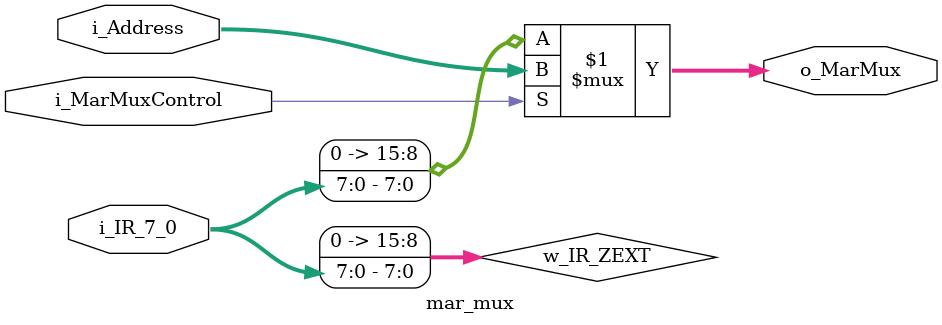
<source format=v>


module mar_mux ( 
    // From Control Store:
    input   wire                i_MarMuxControl,
    // From Data Path:
    input   wire    [7: 0]      i_IR_7_0,
    input   wire    [15:0]      i_Address,
    // Ouptput to Bus
    output  wire    [15:0]      o_MarMux
    );

    // Zero Extended IR[7:0] 
    wire    [15:0]  w_IR_ZEXT; 
    assign w_IR_ZEXT = {8'h00, i_IR_7_0};

    // Mar Mux
    assign o_MarMux = (i_MarMuxControl) ? i_Address : w_IR_ZEXT;

endmodule
</source>
